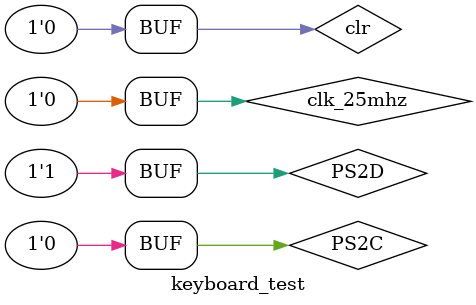
<source format=v>
`timescale 1ns / 1ps


module keyboard_test;

	// Inputs
	reg clk_25mhz;
	reg clr;
	reg PS2C;
	reg PS2D;

	// Outputs
	wire [15:0] xkey;

	// Instantiate the Unit Under Test (UUT)
	keyboard uut (
		.clk_25mhz(clk_25mhz), 
		.clr(clr), 
		.PS2C(PS2C), 
		.PS2D(PS2D), 
		.xkey(xkey)
	);

	initial begin
		// Initialize Inputs
		clk_25mhz = 0;
		clr = 0;
		PS2C = 0;
		PS2D = 1;
		#100;
	end
		// Wait 100 ns for global reset to finish
		
	always
	begin
		PS2D=0; #50;	//Start	

		PS2D=0;
		#50;
		PS2D=0;
		#50;
		PS2D=0;
		#50;
		PS2D=1;
		#50;
		PS2D=1;
		#50;
		PS2D=0;
		#50;
		PS2D=1;
		#50;
		PS2D=1;
		#50;				//DATA
		
		PS2D=1;
		#50;				//Check
		PS2D=1;
		#800;			//Stop
	end
	
	always 
	begin
		PS2C=1;
		#25;
		PS2C=0;
		#25;
	end
	
	always 
	begin
		clk_25mhz=1;
		#6.25;
		clk_25mhz=0;
		#6.25;
	end
	
	// Add stimulus here
      
endmodule


</source>
